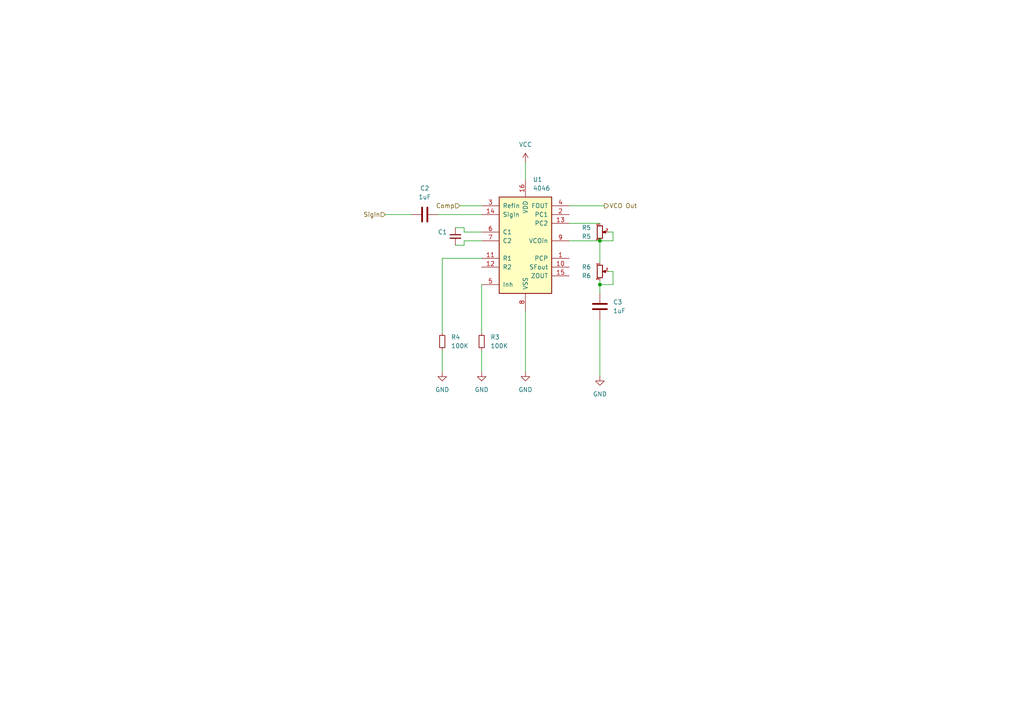
<source format=kicad_sch>
(kicad_sch (version 20250114) (generator "eeschema") (generator_version "9.0")
  (paper "A4")
  (lib_symbols
    (symbol "4xxx:4046" (pin_names (offset 1.016))
      (property "Reference" "U" (at -7.62 13.97 0))
      (property "Value" "4046" (at -7.62 -16.51 0))
      (symbol "4046_1_0"
        (pin input line (at -12.7 10.16 0) (length 5.08) (name "RefIn") (number "3"))
        (pin input line (at -12.7 7.62 0) (length 5.08) (name "SigIn") (number "14"))
        (pin input line (at -12.7 2.54 0) (length 5.08) (name "C1") (number "6"))
        (pin input line (at -12.7 0 0) (length 5.08) (name "C2") (number "7"))
        (pin input line (at -12.7 -5.08 0) (length 5.08) (name "R1") (number "11"))
        (pin input line (at -12.7 -7.62 0) (length 5.08) (name "R2") (number "12"))
        (pin input line (at -12.7 -12.7 0) (length 5.08) (name "Inh") (number "5"))
        (pin power_in line (at 0 17.78 270) (length 5.08) (name "VDD") (number "16"))
        (pin power_in line (at 0 -20.32 90) (length 5.08) (name "VSS") (number "8"))
        (pin output line (at 12.7 10.16 180) (length 5.08) (name "FOUT") (number "4"))
        (pin output line (at 12.7 7.62 180) (length 5.08) (name "PC1") (number "2"))
        (pin tri_state line (at 12.7 5.08 180) (length 5.08) (name "PC2") (number "13"))
        (pin input line (at 12.7 0 180) (length 5.08) (name "VCOin") (number "9"))
        (pin output line (at 12.7 -5.08 180) (length 5.08) (name "PCP") (number "1"))
        (pin output line (at 12.7 -7.62 180) (length 5.08) (name "SFout") (number "10"))
        (pin output line (at 12.7 -10.16 180) (length 5.08) (name "ZOUT") (number "15"))
      )
      (symbol "4046_1_1"
        (rectangle (start -7.62 12.7) (end 7.62 -15.24) (stroke (width 0.254)) (fill (type background)))
      )
    )
    (symbol "Device:C" (pin_numbers (hide yes)) (pin_names (offset 0.254))
      (property "Reference" "C" (at 0.635 2.54 0))
      (property "Value" "C" (at 0.635 -2.54 0))
      (symbol "C_0_1"
        (polyline (pts (xy -2.032 0.762) (xy 2.032 0.762)) (stroke (width 0.508)))
        (polyline (pts (xy -2.032 -0.762) (xy 2.032 -0.762)) (stroke (width 0.508)))
      )
      (symbol "C_1_1"
        (pin passive line (at 0 3.81 270) (length 2.794) (name "~") (number "1"))
        (pin passive line (at 0 -3.81 90) (length 2.794) (name "~") (number "2"))
      )
    )
    (symbol "Device:C_Small" (pin_numbers (hide yes)) (pin_names (offset 0.254) (hide yes))
      (property "Reference" "C" (at 0.254 1.778 0))
      (property "Value" "C_Small" (at 0.254 -2.032 0))
      (symbol "C_Small_0_1"
        (polyline (pts (xy -1.524 0.508) (xy 1.524 0.508)) (stroke (width 0.3048)))
        (polyline (pts (xy -1.524 -0.508) (xy 1.524 -0.508)) (stroke (width 0.3302)))
      )
      (symbol "C_Small_1_1"
        (pin passive line (at 0 2.54 270) (length 2.032) (name "~") (number "1"))
        (pin passive line (at 0 -2.54 90) (length 2.032) (name "~") (number "2"))
      )
    )
    (symbol "Device:R_Potentiometer_Small" (pin_names (offset 1.016) (hide yes))
      (property "Reference" "RV" (at -4.445 0 90))
      (property "Value" "R_Potentiometer_Small" (at -2.54 0 90))
      (symbol "R_Potentiometer_Small_0_1"
        (rectangle (start 0.762 1.8034) (end -0.762 -1.8034) (stroke (width 0.254)))
        (polyline (pts (xy 0.889 0) (xy 0.635 0) (xy 1.651 0.381) (xy 1.651 -0.381) (xy 0.635 0) (xy 0.889 0)) (fill (type outline)))
      )
      (symbol "R_Potentiometer_Small_1_1"
        (pin passive line (at 0 2.54 270) (length 0.635) (name "1") (number "1"))
        (pin passive line (at 0 -2.54 90) (length 0.635) (name "3") (number "3"))
        (pin passive line (at 2.54 0 180) (length 0.9906) (name "2") (number "2"))
      )
    )
    (symbol "Device:R_Small" (pin_numbers (hide yes)) (pin_names (offset 0.254) (hide yes))
      (property "Reference" "R" (at 0 0 90))
      (property "Value" "R_Small" (at 1.778 0 90))
      (symbol "R_Small_0_1"
        (rectangle (start -0.762 1.778) (end 0.762 -1.778) (stroke (width 0.2032)))
      )
      (symbol "R_Small_1_1"
        (pin passive line (at 0 2.54 270) (length 0.762) (name "~") (number "1"))
        (pin passive line (at 0 -2.54 90) (length 0.762) (name "~") (number "2"))
      )
    )
    (symbol "power:GND" (power) (pin_numbers (hide yes)) (pin_names (offset 0) (hide yes))
      (property "Value" "GND" (at 0 -3.81 0))
      (symbol "GND_0_1"
        (polyline (pts (xy 0 0) (xy 0 -1.27) (xy 1.27 -1.27) (xy 0 -2.54) (xy -1.27 -1.27) (xy 0 -1.27)))
      )
      (symbol "GND_1_1"
        (pin power_in line (at 0 0 270) (length 0) (name "~") (number "1"))
      )
    )
    (symbol "power:VCC" (power) (pin_numbers (hide yes)) (pin_names (offset 0) (hide yes))
      (property "Value" "VCC" (at 0 3.556 0))
      (symbol "VCC_0_1"
        (polyline (pts (xy -0.762 1.27) (xy 0 2.54)))
        (polyline (pts (xy 0 2.54) (xy 0.762 1.27)))
        (polyline (pts (xy 0 0) (xy 0 2.54)))
      )
      (symbol "VCC_1_1"
        (pin power_in line (at 0 0 90) (length 0) (name "~") (number "1"))
      )
    )
  )
  (junction (at 173.99 69.85))
  (junction (at 173.99 82.55))
  (wire (pts (xy 176.53 67.31) (xy 177.8 67.31)))
  (wire (pts (xy 176.53 78.74) (xy 177.8 78.74)))
  (wire (pts (xy 152.4 90.17) (xy 152.4 107.95)))
  (wire (pts (xy 177.8 69.85) (xy 173.99 69.85)))
  (wire (pts (xy 139.7 101.6) (xy 139.7 107.95)))
  (wire (pts (xy 165.1 64.77) (xy 173.99 64.77)))
  (wire (pts (xy 173.99 69.85) (xy 173.99 76.2)))
  (wire (pts (xy 128.27 74.93) (xy 128.27 96.52)))
  (wire (pts (xy 128.27 101.6) (xy 128.27 107.95)))
  (wire (pts (xy 177.8 78.74) (xy 177.8 82.55)))
  (wire (pts (xy 173.99 81.28) (xy 173.99 82.55)))
  (wire (pts (xy 134.62 71.12) (xy 132.08 71.12)))
  (wire (pts (xy 173.99 82.55) (xy 173.99 85.09)))
  (wire (pts (xy 111.76 62.23) (xy 119.38 62.23)))
  (wire (pts (xy 177.8 67.31) (xy 177.8 69.85)))
  (wire (pts (xy 173.99 92.71) (xy 173.99 109.22)))
  (wire (pts (xy 127 62.23) (xy 139.7 62.23)))
  (wire (pts (xy 133.35 59.69) (xy 139.7 59.69)))
  (wire (pts (xy 165.1 59.69) (xy 175.26 59.69)))
  (wire (pts (xy 152.4 46.99) (xy 152.4 52.07)))
  (wire (pts (xy 134.62 69.85) (xy 139.7 69.85)))
  (wire (pts (xy 128.27 74.93) (xy 139.7 74.93)))
  (wire (pts (xy 139.7 82.55) (xy 139.7 96.52)))
  (wire (pts (xy 132.08 66.04) (xy 134.62 66.04)))
  (wire (pts (xy 139.7 67.31) (xy 134.62 67.31)))
  (wire (pts (xy 134.62 67.31) (xy 134.62 66.04)))
  (wire (pts (xy 177.8 82.55) (xy 173.99 82.55)))
  (wire (pts (xy 165.1 69.85) (xy 173.99 69.85)))
  (wire (pts (xy 134.62 69.85) (xy 134.62 71.12)))
  (hierarchical_label "VCO Out" (shape output) (at 175.26 59.69 0))
  (hierarchical_label "SigIn" (shape input) (at 111.76 62.23 180))
  (hierarchical_label "Comp" (shape input) (at 133.35 59.69 180))
  (symbol (lib_id "Device:C") (at 123.19 62.23 270) (unit 1)
    (property "Reference" "C2" (at 123.19 54.61 90))
    (property "Value" "1uF" (at 123.19 57.15 90))
    (property "Footprint" "Capacitor_THT:C_Disc_D3.0mm_W1.6mm_P2.50mm" (effects (hide yes)))
    (property "Description" "Unpolarized capacitor" (effects (hide yes)))
  )
  (symbol (lib_id "power:VCC") (at 152.4 46.99 0) (unit 1)
    (property "Reference" "#PWR015" (effects (hide yes)))
    (property "Value" "VCC" (at 152.4 41.91 0))
    (property "Description" "Power symbol creates a global label with name \"VCC\"" (effects (hide yes)))
  )
  (symbol (lib_id "4xxx:4046") (at 152.4 69.85 0) (unit 1)
    (property "Reference" "U1" (at 154.5433 52.07 0) (effects (justify left)))
    (property "Value" "4046" (at 154.5433 54.61 0) (effects (justify left)))
    (property "Footprint" "Package_DIP:DIP-16_W7.62mm" (effects (hide yes)))
    (property "Datasheet" "https://assets.nexperia.com/documents/data-sheet/HEF4046B.pdf" (effects (hide yes)))
    (property "Description" "Phase Comp & VCO" (effects (hide yes)))
  )
  (symbol (lib_id "Device:R_Potentiometer_Small") (at 173.99 78.74 0) (unit 1)
    (property "Reference" "R6" (at 171.45 77.4699 0) (effects (justify right)))
    (property "Value" "R6" (at 171.45 80.0099 0) (effects (justify right)))
    (property "Footprint" "Potentiometer_THT:Potentiometer_Alps_RK097_Single_Horizontal" (effects (hide yes)))
    (property "Description" "Potentiometer" (effects (hide yes)))
  )
  (symbol (lib_id "power:GND") (at 128.27 107.95 0) (unit 1)
    (property "Reference" "#PWR05" (effects (hide yes)))
    (property "Value" "GND" (at 128.27 113.03 0))
    (property "Description" "Power symbol creates a global label with name \"GND\" , ground" (effects (hide yes)))
  )
  (symbol (lib_id "Device:R_Potentiometer_Small") (at 173.99 67.31 0) (unit 1)
    (property "Reference" "R5" (at 171.45 66.0399 0) (effects (justify right)))
    (property "Value" "R5" (at 171.45 68.5799 0) (effects (justify right)))
    (property "Footprint" "Potentiometer_THT:Potentiometer_Alps_RK097_Single_Horizontal" (effects (hide yes)))
    (property "Description" "Potentiometer" (effects (hide yes)))
  )
  (symbol (lib_id "power:GND") (at 173.99 109.22 0) (unit 1)
    (property "Reference" "#PWR014" (effects (hide yes)))
    (property "Value" "GND" (at 173.99 114.3 0))
    (property "Description" "Power symbol creates a global label with name \"GND\" , ground" (effects (hide yes)))
  )
  (symbol (lib_id "Device:R_Small") (at 128.27 99.06 0) (unit 1)
    (property "Reference" "R4" (at 130.81 97.7899 0) (effects (justify left)))
    (property "Value" "100K" (at 130.81 100.3299 0) (effects (justify left)))
    (property "Footprint" "Resistor_THT:R_Axial_DIN0207_L6.3mm_D2.5mm_P10.16mm_Horizontal" (effects (hide yes)))
    (property "Description" "Resistor, small symbol" (effects (hide yes)))
  )
  (symbol (lib_id "power:GND") (at 152.4 107.95 0) (unit 1)
    (property "Reference" "#PWR04" (effects (hide yes)))
    (property "Value" "GND" (at 152.4 113.03 0))
    (property "Description" "Power symbol creates a global label with name \"GND\" , ground" (effects (hide yes)))
  )
  (symbol (lib_id "Device:R_Small") (at 139.7 99.06 0) (unit 1)
    (property "Reference" "R3" (at 142.24 97.7899 0) (effects (justify left)))
    (property "Value" "100K" (at 142.24 100.3299 0) (effects (justify left)))
    (property "Footprint" "Resistor_THT:R_Axial_DIN0207_L6.3mm_D2.5mm_P10.16mm_Horizontal" (effects (hide yes)))
    (property "Description" "Resistor, small symbol" (effects (hide yes)))
  )
  (symbol (lib_id "Device:C") (at 173.99 88.9 180) (unit 1)
    (property "Reference" "C3" (at 177.8 87.6299 0) (effects (justify right)))
    (property "Value" "1uF" (at 177.8 90.1699 0) (effects (justify right)))
    (property "Footprint" "Capacitor_THT:C_Disc_D3.0mm_W1.6mm_P2.50mm" (effects (hide yes)))
    (property "Description" "Unpolarized capacitor" (effects (hide yes)))
  )
  (symbol (lib_id "power:GND") (at 139.7 107.95 0) (unit 1)
    (property "Reference" "#PWR03" (effects (hide yes)))
    (property "Value" "GND" (at 139.7 113.03 0))
    (property "Description" "Power symbol creates a global label with name \"GND\" , ground" (effects (hide yes)))
  )
  (symbol (lib_id "Device:C_Small") (at 132.08 68.58 0) (unit 1)
    (property "Reference" "C1" (at 127 67.31 0) (effects (justify left)))
    (property "Value" "C1" (effects (hide yes)))
    (property "Footprint" "Capacitor_THT:C_Disc_D4.3mm_W1.9mm_P5.00mm" (effects (hide yes)))
    (property "Description" "Unpolarized capacitor, small symbol" (effects (hide yes)))
  )
)
</source>
